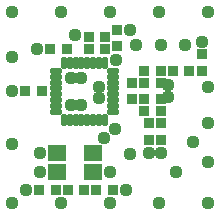
<source format=gts>
%FSLAX24Y24*%
%MOIN*%
G70*
G01*
G75*
G04 Layer_Color=8388736*
G04 Layer_Color=8388736*
%ADD10R,0.0300X0.0300*%
%ADD11O,0.0118X0.0354*%
%ADD12O,0.0354X0.0118*%
%ADD13R,0.0551X0.0453*%
%ADD14C,0.0300*%
%ADD15C,0.0080*%
%ADD16C,0.0060*%
%ADD17C,0.0070*%
%ADD18C,0.0100*%
%ADD19C,0.0110*%
%ADD20C,0.0200*%
%ADD21C,0.0360*%
%ADD22C,0.0050*%
%ADD23C,0.0043*%
%ADD24R,0.0380X0.0380*%
%ADD25O,0.0198X0.0434*%
%ADD26O,0.0434X0.0198*%
%ADD27R,0.0631X0.0533*%
%ADD28C,0.0440*%
D24*
X6650Y4720D02*
D03*
X4720D02*
D03*
X5670D02*
D03*
X4870Y2970D02*
D03*
X6650Y5270D02*
D03*
X751Y4068D02*
D03*
X1301D02*
D03*
X2869Y5867D02*
D03*
X3419D02*
D03*
X2869Y5467D02*
D03*
X3419D02*
D03*
X1230Y740D02*
D03*
X1780D02*
D03*
X5270Y4720D02*
D03*
X1588Y5448D02*
D03*
X2138D02*
D03*
X4870Y2420D02*
D03*
X5270Y3770D02*
D03*
X4720Y3770D02*
D03*
X5270Y2420D02*
D03*
Y2970D02*
D03*
X5270Y3370D02*
D03*
X4720Y3370D02*
D03*
X6220Y4720D02*
D03*
X4320Y4320D02*
D03*
Y3770D02*
D03*
X3820Y6090D02*
D03*
X3680Y740D02*
D03*
X3820Y5540D02*
D03*
X2730Y740D02*
D03*
X3130D02*
D03*
X2180D02*
D03*
X4720Y4320D02*
D03*
X5270Y4320D02*
D03*
D25*
X2238Y5001D02*
D03*
X2041D02*
D03*
X2828D02*
D03*
X3025D02*
D03*
X2435D02*
D03*
X2632D02*
D03*
X3222D02*
D03*
X3419D02*
D03*
Y3079D02*
D03*
X2632D02*
D03*
X2435D02*
D03*
X3222D02*
D03*
X3025D02*
D03*
X2828D02*
D03*
X2238D02*
D03*
X2041D02*
D03*
D26*
X3691Y3745D02*
D03*
X1769Y3351D02*
D03*
Y4138D02*
D03*
Y4335D02*
D03*
Y3548D02*
D03*
Y3745D02*
D03*
Y3942D02*
D03*
Y4532D02*
D03*
Y4729D02*
D03*
X3691D02*
D03*
Y3942D02*
D03*
Y4532D02*
D03*
Y4335D02*
D03*
Y4138D02*
D03*
Y3548D02*
D03*
Y3351D02*
D03*
D27*
X1830Y1971D02*
D03*
X3010Y1340D02*
D03*
Y1971D02*
D03*
X1830Y1340D02*
D03*
D28*
X6840Y3000D02*
D03*
X6650Y5700D02*
D03*
X6090Y5600D02*
D03*
X6840Y6690D02*
D03*
X5207D02*
D03*
X3575D02*
D03*
X4260Y6090D02*
D03*
X4450Y5600D02*
D03*
X3780Y5090D02*
D03*
X3220Y4190D02*
D03*
Y3830D02*
D03*
X3740Y2780D02*
D03*
X3380Y2470D02*
D03*
X4260Y1960D02*
D03*
X5790Y1340D02*
D03*
X6840Y1700D02*
D03*
Y310D02*
D03*
X5207D02*
D03*
X4120Y740D02*
D03*
X3590Y1340D02*
D03*
X3575Y310D02*
D03*
X1943D02*
D03*
X310D02*
D03*
X790Y740D02*
D03*
X1260Y1340D02*
D03*
Y1971D02*
D03*
X310Y2270D02*
D03*
X2630Y3580D02*
D03*
X2270D02*
D03*
X2630Y4490D02*
D03*
X2270D02*
D03*
X310Y4068D02*
D03*
X2400Y5930D02*
D03*
X1141Y5448D02*
D03*
X310Y5200D02*
D03*
X1943Y6690D02*
D03*
X310D02*
D03*
X5520Y3840D02*
D03*
Y4250D02*
D03*
X6340Y2340D02*
D03*
X6840Y4180D02*
D03*
X5270Y2000D02*
D03*
X4870D02*
D03*
X5290Y5600D02*
D03*
M02*

</source>
